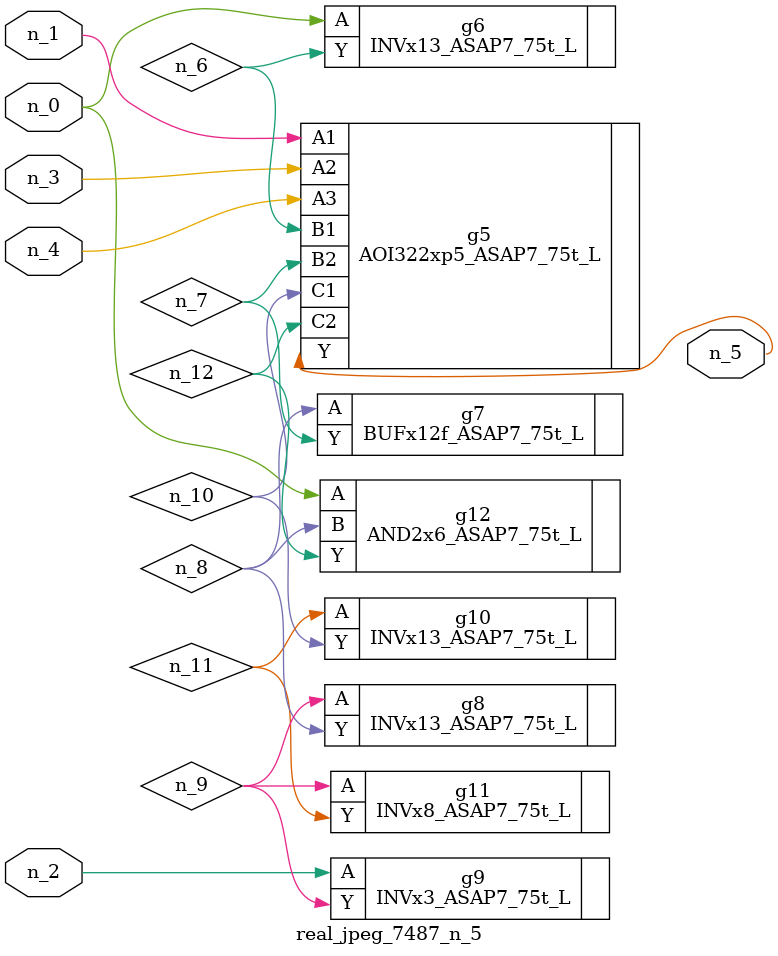
<source format=v>
module real_jpeg_7487_n_5 (n_4, n_0, n_1, n_2, n_3, n_5);

input n_4;
input n_0;
input n_1;
input n_2;
input n_3;

output n_5;

wire n_12;
wire n_8;
wire n_11;
wire n_6;
wire n_7;
wire n_10;
wire n_9;

INVx13_ASAP7_75t_L g6 ( 
.A(n_0),
.Y(n_6)
);

AND2x6_ASAP7_75t_L g12 ( 
.A(n_0),
.B(n_8),
.Y(n_12)
);

AOI322xp5_ASAP7_75t_L g5 ( 
.A1(n_1),
.A2(n_3),
.A3(n_4),
.B1(n_6),
.B2(n_7),
.C1(n_10),
.C2(n_12),
.Y(n_5)
);

INVx3_ASAP7_75t_L g9 ( 
.A(n_2),
.Y(n_9)
);

BUFx12f_ASAP7_75t_L g7 ( 
.A(n_8),
.Y(n_7)
);

INVx13_ASAP7_75t_L g8 ( 
.A(n_9),
.Y(n_8)
);

INVx8_ASAP7_75t_L g11 ( 
.A(n_9),
.Y(n_11)
);

INVx13_ASAP7_75t_L g10 ( 
.A(n_11),
.Y(n_10)
);


endmodule
</source>
